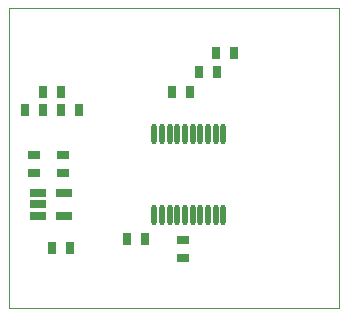
<source format=gtp>
G04 Layer_Color=8421504*
%FSLAX25Y25*%
%MOIN*%
G70*
G01*
G75*
%ADD10R,0.03150X0.03937*%
%ADD11O,0.01772X0.07087*%
%ADD12R,0.05512X0.02756*%
%ADD13R,0.03937X0.03150*%
%ADD16C,0.00394*%
D10*
X11468Y72000D02*
D03*
X17531D02*
D03*
X17469Y66000D02*
D03*
X23531D02*
D03*
X39469Y23000D02*
D03*
X45531D02*
D03*
X20488Y20012D02*
D03*
X14425D02*
D03*
X75032Y85000D02*
D03*
X68968D02*
D03*
X69532Y78500D02*
D03*
X63468D02*
D03*
X54469Y72000D02*
D03*
X60532D02*
D03*
X11531Y66000D02*
D03*
X5469D02*
D03*
D11*
X48484Y31114D02*
D03*
X51043Y31114D02*
D03*
X53602Y31114D02*
D03*
X56161D02*
D03*
X58720D02*
D03*
X61279D02*
D03*
X63839D02*
D03*
X66398Y31114D02*
D03*
X68957D02*
D03*
X71516Y31114D02*
D03*
X48484Y57886D02*
D03*
X51043D02*
D03*
X53602D02*
D03*
X56161D02*
D03*
X58720D02*
D03*
X61279D02*
D03*
X63839D02*
D03*
X66398D02*
D03*
X68957D02*
D03*
X71516D02*
D03*
D12*
X9669Y38240D02*
D03*
Y34500D02*
D03*
Y30760D02*
D03*
X18331D02*
D03*
Y38240D02*
D03*
D13*
X8500Y44969D02*
D03*
Y51032D02*
D03*
X18000Y44969D02*
D03*
Y51032D02*
D03*
X58000Y22532D02*
D03*
Y16468D02*
D03*
D16*
X0Y0D02*
Y100000D01*
X110000D01*
Y0D02*
Y100000D01*
X0Y0D02*
X110000D01*
M02*

</source>
